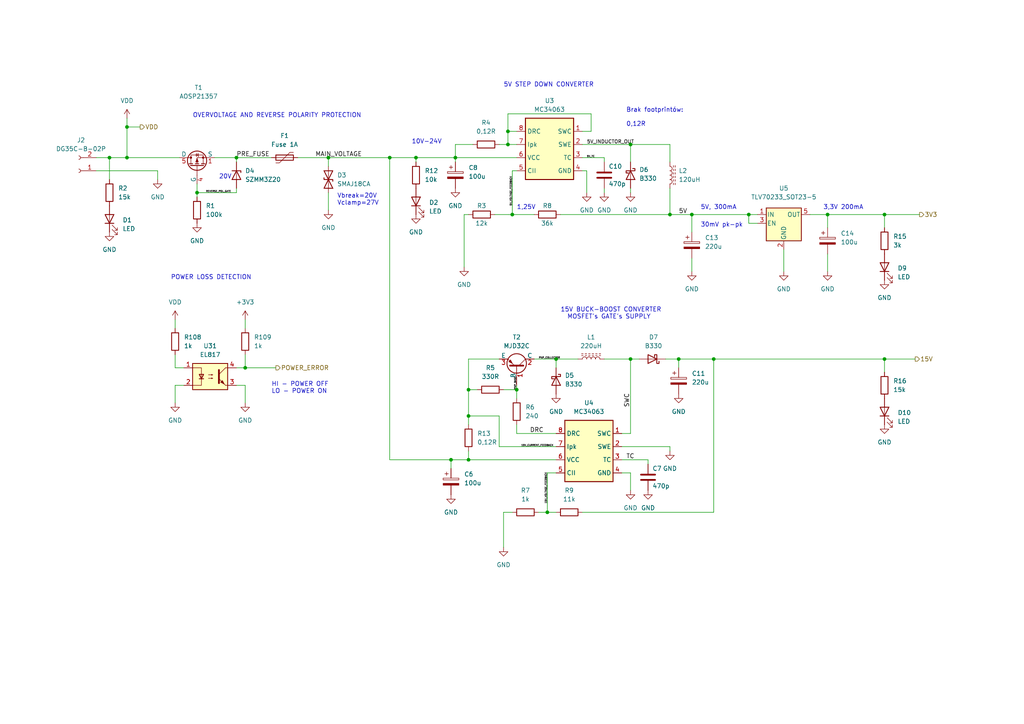
<source format=kicad_sch>
(kicad_sch (version 20211123) (generator eeschema)
  (paper "A4")
  (lib_symbols
    (symbol "Device:C" (pin_numbers hide) (pin_names (offset 0.254))
      (property "Reference" "C" (at 0.635 2.54 0))
      (property "Value" "C" (at 0.635 -2.54 0))
      (symbol "C_0_1"
        (polyline (pts (xy -2.032 -0.762) (xy 2.032 -0.762)) (stroke (width 0.508)))
        (polyline (pts (xy -2.032 0.762) (xy 2.032 0.762)) (stroke (width 0.508)))
      )
      (symbol "C_1_1"
        (pin passive line (at 0 3.81 270) (length 2.794) (name "~") (number "1"))
        (pin passive line (at 0 -3.81 90) (length 2.794) (name "~") (number "2"))
      )
    )
    (symbol "Device:C_Polarized" (pin_numbers hide) (pin_names (offset 0.254))
      (property "Reference" "C" (at 0.635 2.54 0))
      (property "Value" "C_Polarized" (at 0.635 -2.54 0))
      (symbol "C_Polarized_0_1"
        (rectangle (start -2.286 0.508) (end 2.286 1.016))
        (polyline (pts (xy -1.778 2.286) (xy -0.762 2.286)))
        (polyline (pts (xy -1.27 2.794) (xy -1.27 1.778)))
        (rectangle (start 2.286 -0.508) (end -2.286 -1.016) (fill (type outline)))
      )
      (symbol "C_Polarized_1_1"
        (pin passive line (at 0 3.81 270) (length 2.794) (name "~") (number "1"))
        (pin passive line (at 0 -3.81 90) (length 2.794) (name "~") (number "2"))
      )
    )
    (symbol "Device:D_Zener" (pin_numbers hide) (pin_names (offset 1.016) hide)
      (property "Reference" "D" (at 0 2.54 0))
      (property "Value" "D_Zener" (at 0 -2.54 0))
      (symbol "D_Zener_0_1"
        (polyline (pts (xy 1.27 0) (xy -1.27 0)))
        (polyline (pts (xy -1.27 -1.27) (xy -1.27 1.27) (xy -0.762 1.27)) (stroke (width 0.254)))
        (polyline (pts (xy 1.27 -1.27) (xy 1.27 1.27) (xy -1.27 0) (xy 1.27 -1.27)) (stroke (width 0.254)))
      )
      (symbol "D_Zener_1_1"
        (pin passive line (at -3.81 0 0) (length 2.54) (name "K") (number "1"))
        (pin passive line (at 3.81 0 180) (length 2.54) (name "A") (number "2"))
      )
    )
    (symbol "Device:LED" (pin_numbers hide) (pin_names (offset 1.016) hide)
      (property "Reference" "D" (at 0 2.54 0))
      (property "Value" "LED" (at 0 -2.54 0))
      (symbol "LED_0_1"
        (polyline (pts (xy -1.27 -1.27) (xy -1.27 1.27)) (stroke (width 0.254)))
        (polyline (pts (xy -1.27 0) (xy 1.27 0)))
        (polyline (pts (xy 1.27 -1.27) (xy 1.27 1.27) (xy -1.27 0) (xy 1.27 -1.27)) (stroke (width 0.254)))
        (polyline (pts (xy -3.048 -0.762) (xy -4.572 -2.286) (xy -3.81 -2.286) (xy -4.572 -2.286) (xy -4.572 -1.524)))
        (polyline (pts (xy -1.778 -0.762) (xy -3.302 -2.286) (xy -2.54 -2.286) (xy -3.302 -2.286) (xy -3.302 -1.524)))
      )
      (symbol "LED_1_1"
        (pin passive line (at -3.81 0 0) (length 2.54) (name "K") (number "1"))
        (pin passive line (at 3.81 0 180) (length 2.54) (name "A") (number "2"))
      )
    )
    (symbol "Device:L_Ferrite" (pin_numbers hide) (pin_names (offset 1.016) hide)
      (property "Reference" "L" (at -1.27 0 90))
      (property "Value" "L_Ferrite" (at 2.794 0 90))
      (symbol "L_Ferrite_0_1"
        (arc (start 0 -2.54) (mid 0.635 -1.905) (end 0 -1.27))
        (arc (start 0 -1.27) (mid 0.635 -0.635) (end 0 0))
        (polyline (pts (xy 1.016 -2.794) (xy 1.016 -2.286)))
        (polyline (pts (xy 1.016 -1.778) (xy 1.016 -1.27)))
        (polyline (pts (xy 1.016 -0.762) (xy 1.016 -0.254)))
        (polyline (pts (xy 1.016 0.254) (xy 1.016 0.762)))
        (polyline (pts (xy 1.016 1.27) (xy 1.016 1.778)))
        (polyline (pts (xy 1.016 2.286) (xy 1.016 2.794)))
        (polyline (pts (xy 1.524 -2.286) (xy 1.524 -2.794)))
        (polyline (pts (xy 1.524 -1.27) (xy 1.524 -1.778)))
        (polyline (pts (xy 1.524 -0.254) (xy 1.524 -0.762)))
        (polyline (pts (xy 1.524 0.762) (xy 1.524 0.254)))
        (polyline (pts (xy 1.524 1.778) (xy 1.524 1.27)))
        (polyline (pts (xy 1.524 2.794) (xy 1.524 2.286)))
        (arc (start 0 0) (mid 0.635 0.635) (end 0 1.27))
        (arc (start 0 1.27) (mid 0.635 1.905) (end 0 2.54))
      )
      (symbol "L_Ferrite_1_1"
        (pin passive line (at 0 3.81 270) (length 1.27) (name "1") (number "1"))
        (pin passive line (at 0 -3.81 90) (length 1.27) (name "2") (number "2"))
      )
    )
    (symbol "Device:Polyfuse" (pin_numbers hide) (pin_names (offset 0))
      (property "Reference" "F" (at -2.54 0 90))
      (property "Value" "Polyfuse" (at 2.54 0 90))
      (symbol "Polyfuse_0_1"
        (rectangle (start -0.762 2.54) (end 0.762 -2.54) (stroke (width 0.254)))
        (polyline (pts (xy 0 2.54) (xy 0 -2.54)))
        (polyline (pts (xy -1.524 2.54) (xy -1.524 1.524) (xy 1.524 -1.524) (xy 1.524 -2.54)))
      )
      (symbol "Polyfuse_1_1"
        (pin passive line (at 0 3.81 270) (length 1.27) (name "~") (number "1"))
        (pin passive line (at 0 -3.81 90) (length 1.27) (name "~") (number "2"))
      )
    )
    (symbol "Device:R" (pin_numbers hide) (pin_names (offset 0))
      (property "Reference" "R" (at 2.032 0 90))
      (property "Value" "R" (at 0 0 90))
      (symbol "R_0_1"
        (rectangle (start -1.016 -2.54) (end 1.016 2.54) (stroke (width 0.254)))
      )
      (symbol "R_1_1"
        (pin passive line (at 0 3.81 270) (length 1.27) (name "~") (number "1"))
        (pin passive line (at 0 -3.81 90) (length 1.27) (name "~") (number "2"))
      )
    )
    (symbol "Diode:1.5KExxCA" (pin_numbers hide) (pin_names (offset 1.016) hide)
      (property "Reference" "D" (at 0 2.54 0))
      (property "Value" "1.5KExxCA" (at 0 -2.54 0))
      (symbol "1.5KExxCA_0_1"
        (polyline (pts (xy 1.27 0) (xy -1.27 0)))
        (polyline (pts (xy -2.54 -1.27) (xy 0 0) (xy -2.54 1.27) (xy -2.54 -1.27)) (stroke (width 0.254)))
        (polyline (pts (xy 0.508 1.27) (xy 0 1.27) (xy 0 -1.27) (xy -0.508 -1.27)) (stroke (width 0.254)))
        (polyline (pts (xy 2.54 1.27) (xy 2.54 -1.27) (xy 0 0) (xy 2.54 1.27)) (stroke (width 0.254)))
      )
      (symbol "1.5KExxCA_1_1"
        (pin passive line (at -3.81 0 0) (length 2.54) (name "A1") (number "1"))
        (pin passive line (at 3.81 0 180) (length 2.54) (name "A2") (number "2"))
      )
    )
    (symbol "Diode:B330" (pin_numbers hide) (pin_names (offset 1.016) hide)
      (property "Reference" "D" (at 0 2.54 0))
      (property "Value" "B330" (at 0 -2.54 0))
      (symbol "B330_0_1"
        (polyline (pts (xy 1.27 0) (xy -1.27 0)))
        (polyline (pts (xy 1.27 1.27) (xy 1.27 -1.27) (xy -1.27 0) (xy 1.27 1.27)) (stroke (width 0.254)))
        (polyline (pts (xy -1.905 0.635) (xy -1.905 1.27) (xy -1.27 1.27) (xy -1.27 -1.27) (xy -0.635 -1.27) (xy -0.635 -0.635)) (stroke (width 0.254)))
      )
      (symbol "B330_1_1"
        (pin passive line (at -3.81 0 0) (length 2.54) (name "K") (number "1"))
        (pin passive line (at 3.81 0 180) (length 2.54) (name "A") (number "2"))
      )
    )
    (symbol "Isolator:EL817" (pin_names (offset 1.016))
      (property "Reference" "U" (at -5.08 5.08 0))
      (property "Value" "EL817" (at 0 5.08 0))
      (symbol "EL817_0_1"
        (rectangle (start -5.08 3.81) (end 5.08 -3.81) (stroke (width 0.254)) (fill (type background)))
        (polyline (pts (xy -3.175 -0.635) (xy -1.905 -0.635)) (stroke (width 0.254)))
        (polyline (pts (xy 2.54 0.635) (xy 4.445 2.54)))
        (polyline (pts (xy 4.445 -2.54) (xy 2.54 -0.635)) (fill (type outline)))
        (polyline (pts (xy 4.445 -2.54) (xy 5.08 -2.54)))
        (polyline (pts (xy 4.445 2.54) (xy 5.08 2.54)))
        (polyline (pts (xy -5.08 2.54) (xy -2.54 2.54) (xy -2.54 -0.635)))
        (polyline (pts (xy -2.54 -0.635) (xy -2.54 -2.54) (xy -5.08 -2.54)))
        (polyline (pts (xy 2.54 1.905) (xy 2.54 -1.905) (xy 2.54 -1.905)) (stroke (width 0.508)))
        (polyline (pts (xy -2.54 -0.635) (xy -3.175 0.635) (xy -1.905 0.635) (xy -2.54 -0.635)) (stroke (width 0.254)))
        (polyline (pts (xy -0.508 -0.508) (xy 0.762 -0.508) (xy 0.381 -0.635) (xy 0.381 -0.381) (xy 0.762 -0.508)))
        (polyline (pts (xy -0.508 0.508) (xy 0.762 0.508) (xy 0.381 0.381) (xy 0.381 0.635) (xy 0.762 0.508)))
        (polyline (pts (xy 3.048 -1.651) (xy 3.556 -1.143) (xy 4.064 -2.159) (xy 3.048 -1.651) (xy 3.048 -1.651)) (fill (type outline)))
      )
      (symbol "EL817_1_1"
        (pin passive line (at -7.62 2.54 0) (length 2.54) (name "~") (number "1"))
        (pin passive line (at -7.62 -2.54 0) (length 2.54) (name "~") (number "2"))
        (pin passive line (at 7.62 -2.54 180) (length 2.54) (name "~") (number "3"))
        (pin passive line (at 7.62 2.54 180) (length 2.54) (name "~") (number "4"))
      )
    )
    (symbol "Regulator_Linear:TLV70233_SOT23-5" (pin_names (offset 0.254))
      (property "Reference" "U" (at -3.81 5.715 0))
      (property "Value" "TLV70233_SOT23-5" (at 0 5.715 0))
      (symbol "TLV70233_SOT23-5_0_1"
        (rectangle (start -5.08 4.445) (end 5.08 -5.08) (stroke (width 0.254)) (fill (type background)))
      )
      (symbol "TLV70233_SOT23-5_1_1"
        (pin power_in line (at -7.62 2.54 0) (length 2.54) (name "IN") (number "1"))
        (pin power_in line (at 0 -7.62 90) (length 2.54) (name "GND") (number "2"))
        (pin input line (at -7.62 0 0) (length 2.54) (name "EN") (number "3"))
        (pin no_connect line (at 5.08 0 180) (length 2.54) hide (name "NC") (number "4"))
        (pin power_out line (at 7.62 2.54 180) (length 2.54) (name "OUT") (number "5"))
      )
    )
    (symbol "_Connectors:DG35C-B-02P" (pin_names (offset 0) hide)
      (property "Reference" "J" (at 0 6.35 0))
      (property "Value" "DG35C-B-02P" (at 0 5.08 0))
      (symbol "DG35C-B-02P_1_1"
        (arc (start -2.54 -1.778) (mid -2.032 -1.27) (end -2.54 -0.762) (stroke (width 0.1524)))
        (arc (start -2.54 2.032) (mid -2.032 2.54) (end -2.54 3.048) (stroke (width 0.1524)))
        (polyline (pts (xy -1.27 -1.27) (xy -2.032 -1.27)) (stroke (width 0.1524)))
        (polyline (pts (xy -1.27 2.54) (xy -2.032 2.54)) (stroke (width 0.1524)))
        (pin passive line (at 2.54 -1.27 180) (length 3.81) (name "Pin_1") (number "1"))
        (pin passive line (at 2.54 2.54 180) (length 3.81) (name "Pin_2") (number "2"))
      )
    )
    (symbol "_IntegratedCircuits:MC34063"
      (property "Reference" "U" (at -6.35 11.43 0))
      (property "Value" "MC34063" (at -1.27 11.43 0))
      (symbol "MC34063_0_1"
        (rectangle (start -6.35 8.89) (end 7.62 -8.89) (stroke (width 0.3)) (fill (type background)))
      )
      (symbol "MC34063_1_1"
        (pin passive line (at 10.16 5.08 180) (length 2.54) (name "SWC") (number "1"))
        (pin passive line (at 10.16 1.27 180) (length 2.54) (name "SWE") (number "2"))
        (pin passive line (at 10.16 -2.54 180) (length 2.54) (name "TC") (number "3"))
        (pin passive line (at 10.16 -6.35 180) (length 2.54) (name "GND") (number "4"))
        (pin passive line (at -8.89 -6.35 0) (length 2.54) (name "CII") (number "5"))
        (pin passive line (at -8.89 -2.54 0) (length 2.54) (name "VCC") (number "6"))
        (pin passive line (at -8.89 1.27 0) (length 2.54) (name "Ipk") (number "7"))
        (pin passive line (at -8.89 5.08 0) (length 2.54) (name "DRC") (number "8"))
      )
    )
    (symbol "_Transistors:AOSP21357" (pin_names (offset 0))
      (property "Reference" "T" (at 0 10.16 0))
      (property "Value" "AOSP21357" (at 0 7.62 0))
      (symbol "AOSP21357_0_1"
        (circle (center -0.889 0) (radius 2.794) (stroke (width 0.254)))
        (circle (center 0 -1.778) (radius 0.254) (fill (type outline)))
        (polyline (pts (xy -2.286 0) (xy -5.08 0)))
        (polyline (pts (xy -2.286 1.905) (xy -2.286 -1.905)) (stroke (width 0.254)))
        (polyline (pts (xy -1.778 -1.27) (xy -1.778 -2.286)) (stroke (width 0.254)))
        (polyline (pts (xy -1.778 0.508) (xy -1.778 -0.508)) (stroke (width 0.254)))
        (polyline (pts (xy -1.778 2.286) (xy -1.778 1.27)) (stroke (width 0.254)))
        (polyline (pts (xy 0 2.54) (xy 0 1.778)))
        (polyline (pts (xy 0 -2.54) (xy 0 0) (xy -1.778 0)))
        (polyline (pts (xy -1.778 1.778) (xy 0.762 1.778) (xy 0.762 -1.778) (xy -1.778 -1.778)))
        (polyline (pts (xy -0.254 0) (xy -1.27 0.381) (xy -1.27 -0.381) (xy -0.254 0)) (fill (type outline)))
        (polyline (pts (xy 0.254 -0.508) (xy 0.381 -0.381) (xy 1.143 -0.381) (xy 1.27 -0.254)))
        (polyline (pts (xy 0.762 -0.381) (xy 0.381 0.254) (xy 1.143 0.254) (xy 0.762 -0.381)))
        (circle (center 0 1.778) (radius 0.254) (fill (type outline)))
      )
      (symbol "AOSP21357_1_1"
        (pin passive line (at 0 -5.08 90) (length 2.54) (name "S") (number "1"))
        (pin passive line (at 0 -5.08 90) (length 2.54) hide (name "S") (number "2"))
        (pin passive line (at 0 -5.08 90) (length 2.54) hide (name "S") (number "3"))
        (pin input line (at -7.62 0 0) (length 2.54) (name "G") (number "4"))
        (pin passive line (at 0 5.08 270) (length 2.54) (name "D") (number "5"))
        (pin passive line (at 0 5.08 270) (length 2.54) hide (name "D") (number "6"))
        (pin passive line (at 0 5.08 270) (length 2.54) hide (name "D") (number "7"))
        (pin passive line (at 0 5.08 270) (length 2.54) hide (name "D") (number "8"))
      )
    )
    (symbol "_Transistors:MJD32C" (pin_names (offset 0))
      (property "Reference" "T" (at 7.62 2.54 0))
      (property "Value" "MJD32C" (at 7.62 0 0))
      (symbol "MJD32C_0_1"
        (polyline (pts (xy -0.635 0.635) (xy 1.27 2.54)))
        (polyline (pts (xy -0.635 -0.635) (xy 1.27 -2.54) (xy 1.27 -2.54)))
        (polyline (pts (xy -0.635 1.905) (xy -0.635 -1.905) (xy -0.635 -1.905)) (stroke (width 0.508)))
        (polyline (pts (xy 1.016 -1.778) (xy 0.508 -2.286) (xy 0 -1.27) (xy 1.016 -1.778) (xy 1.016 -1.778)) (fill (type outline)))
        (circle (center 0 0) (radius 2.8194) (stroke (width 0.254)))
      )
      (symbol "MJD32C_1_1"
        (pin input line (at -6.35 0 0) (length 5.715) (name "B") (number "1"))
        (pin passive line (at 1.27 5.08 270) (length 2.54) (name "C") (number "2"))
        (pin passive line (at 1.27 -5.08 90) (length 2.54) (name "E") (number "3"))
      )
    )
    (symbol "power:+3.3V" (power) (pin_names (offset 0))
      (property "Value" "+3.3V" (at 0 3.556 0))
      (symbol "+3.3V_0_1"
        (polyline (pts (xy -0.762 1.27) (xy 0 2.54)))
        (polyline (pts (xy 0 0) (xy 0 2.54)))
        (polyline (pts (xy 0 2.54) (xy 0.762 1.27)))
      )
      (symbol "+3.3V_1_1"
        (pin power_in line (at 0 0 90) (length 0) hide (name "+3V3") (number "1"))
      )
    )
    (symbol "power:GND" (power) (pin_names (offset 0))
      (property "Value" "GND" (at 0 -3.81 0))
      (symbol "GND_0_1"
        (polyline (pts (xy 0 0) (xy 0 -1.27) (xy 1.27 -1.27) (xy 0 -2.54) (xy -1.27 -1.27) (xy 0 -1.27)))
      )
      (symbol "GND_1_1"
        (pin power_in line (at 0 0 270) (length 0) hide (name "GND") (number "1"))
      )
    )
    (symbol "power:VDD" (power) (pin_names (offset 0))
      (property "Value" "VDD" (at 0 3.81 0))
      (symbol "VDD_0_1"
        (polyline (pts (xy -0.762 1.27) (xy 0 2.54)))
        (polyline (pts (xy 0 0) (xy 0 2.54)))
        (polyline (pts (xy 0 2.54) (xy 0.762 1.27)))
      )
      (symbol "VDD_1_1"
        (pin power_in line (at 0 0 90) (length 0) hide (name "VDD") (number "1"))
      )
    )
  )
  (junction (at 31.75 45.72))
  (junction (at 182.88 41.91))
  (junction (at 200.66 62.23))
  (junction (at 256.54 62.23))
  (junction (at 196.85 104.14))
  (junction (at 207.01 104.14))
  (junction (at 120.65 45.72))
  (junction (at 182.88 104.14))
  (junction (at 113.03 45.72))
  (junction (at 36.83 45.72))
  (junction (at 36.83 36.83))
  (junction (at 71.12 106.68))
  (junction (at 148.59 62.23))
  (junction (at 240.03 62.23))
  (junction (at 217.17 62.23))
  (junction (at 95.25 45.72))
  (junction (at 194.31 62.23))
  (junction (at 57.15 55.88))
  (junction (at 135.89 113.03))
  (junction (at 149.86 113.03))
  (junction (at 132.08 45.72))
  (junction (at 68.58 45.72))
  (junction (at 161.29 104.14))
  (junction (at 147.32 41.91))
  (junction (at 158.75 148.59))
  (junction (at 130.81 133.35))
  (junction (at 135.89 120.65))
  (junction (at 256.54 104.14))
  (junction (at 147.32 38.1))
  (junction (at 135.89 133.35))
  (wire (pts (xy 134.62 62.23) (xy 135.89 62.23)))
  (wire (pts (xy 36.83 45.72) (xy 52.07 45.72)))
  (wire (pts (xy 154.94 104.14) (xy 161.29 104.14)))
  (wire (pts (xy 240.03 62.23) (xy 240.03 66.04)))
  (wire (pts (xy 138.43 113.03) (xy 135.89 113.03)))
  (wire (pts (xy 132.08 45.72) (xy 149.86 45.72)))
  (wire (pts (xy 168.91 148.59) (xy 207.01 148.59)))
  (wire (pts (xy 193.04 104.14) (xy 196.85 104.14)))
  (wire (pts (xy 149.86 38.1) (xy 147.32 38.1)))
  (wire (pts (xy 135.89 113.03) (xy 135.89 120.65)))
  (wire (pts (xy 182.88 41.91) (xy 182.88 46.99)))
  (wire (pts (xy 180.34 125.73) (xy 182.88 125.73)))
  (wire (pts (xy 149.86 111.76) (xy 149.86 113.03)))
  (wire (pts (xy 27.94 49.53) (xy 45.72 49.53)))
  (wire (pts (xy 95.25 55.88) (xy 95.25 60.96)))
  (wire (pts (xy 180.34 129.54) (xy 194.31 129.54)))
  (wire (pts (xy 217.17 62.23) (xy 219.71 62.23)))
  (wire (pts (xy 146.05 113.03) (xy 149.86 113.03)))
  (wire (pts (xy 175.26 104.14) (xy 182.88 104.14)))
  (wire (pts (xy 71.12 111.76) (xy 71.12 116.84)))
  (wire (pts (xy 194.31 129.54) (xy 194.31 130.81)))
  (wire (pts (xy 175.26 45.72) (xy 175.26 46.99)))
  (wire (pts (xy 161.29 133.35) (xy 135.89 133.35)))
  (wire (pts (xy 219.71 64.77) (xy 217.17 64.77)))
  (wire (pts (xy 53.34 111.76) (xy 50.8 111.76)))
  (wire (pts (xy 148.59 49.53) (xy 148.59 62.23)))
  (wire (pts (xy 207.01 148.59) (xy 207.01 104.14)))
  (wire (pts (xy 71.12 92.71) (xy 71.12 95.25)))
  (wire (pts (xy 113.03 133.35) (xy 130.81 133.35)))
  (wire (pts (xy 144.78 41.91) (xy 147.32 41.91)))
  (wire (pts (xy 217.17 64.77) (xy 217.17 62.23)))
  (wire (pts (xy 200.66 62.23) (xy 217.17 62.23)))
  (wire (pts (xy 62.23 45.72) (xy 68.58 45.72)))
  (wire (pts (xy 171.45 33.02) (xy 171.45 38.1)))
  (wire (pts (xy 68.58 45.72) (xy 68.58 46.99)))
  (wire (pts (xy 180.34 137.16) (xy 182.88 137.16)))
  (wire (pts (xy 57.15 53.34) (xy 57.15 55.88)))
  (wire (pts (xy 227.33 72.39) (xy 227.33 78.74)))
  (wire (pts (xy 256.54 104.14) (xy 256.54 107.95)))
  (wire (pts (xy 31.75 45.72) (xy 36.83 45.72)))
  (wire (pts (xy 200.66 67.31) (xy 200.66 62.23)))
  (wire (pts (xy 256.54 62.23) (xy 256.54 66.04)))
  (wire (pts (xy 134.62 77.47) (xy 134.62 62.23)))
  (wire (pts (xy 120.65 45.72) (xy 120.65 46.99)))
  (wire (pts (xy 135.89 133.35) (xy 130.81 133.35)))
  (wire (pts (xy 149.86 113.03) (xy 149.86 115.57)))
  (wire (pts (xy 161.29 104.14) (xy 161.29 106.68)))
  (wire (pts (xy 135.89 130.81) (xy 135.89 133.35)))
  (wire (pts (xy 57.15 55.88) (xy 57.15 57.15)))
  (wire (pts (xy 147.32 38.1) (xy 147.32 41.91)))
  (wire (pts (xy 36.83 34.29) (xy 36.83 36.83)))
  (wire (pts (xy 200.66 74.93) (xy 200.66 78.74)))
  (wire (pts (xy 149.86 125.73) (xy 161.29 125.73)))
  (wire (pts (xy 130.81 133.35) (xy 130.81 135.89)))
  (wire (pts (xy 196.85 104.14) (xy 207.01 104.14)))
  (wire (pts (xy 135.89 120.65) (xy 135.89 123.19)))
  (wire (pts (xy 168.91 49.53) (xy 170.18 49.53)))
  (wire (pts (xy 113.03 45.72) (xy 120.65 45.72)))
  (wire (pts (xy 147.32 38.1) (xy 147.32 33.02)))
  (wire (pts (xy 147.32 41.91) (xy 149.86 41.91)))
  (wire (pts (xy 194.31 62.23) (xy 200.66 62.23)))
  (wire (pts (xy 40.64 36.83) (xy 36.83 36.83)))
  (wire (pts (xy 149.86 49.53) (xy 148.59 49.53)))
  (wire (pts (xy 182.88 137.16) (xy 182.88 142.24)))
  (wire (pts (xy 158.75 148.59) (xy 161.29 148.59)))
  (wire (pts (xy 256.54 62.23) (xy 266.7 62.23)))
  (wire (pts (xy 182.88 125.73) (xy 182.88 104.14)))
  (wire (pts (xy 143.51 62.23) (xy 148.59 62.23)))
  (wire (pts (xy 120.65 45.72) (xy 132.08 45.72)))
  (wire (pts (xy 148.59 148.59) (xy 146.05 148.59)))
  (wire (pts (xy 45.72 49.53) (xy 45.72 52.07)))
  (wire (pts (xy 132.08 45.72) (xy 132.08 46.99)))
  (wire (pts (xy 36.83 36.83) (xy 36.83 45.72)))
  (wire (pts (xy 168.91 41.91) (xy 182.88 41.91)))
  (wire (pts (xy 68.58 55.88) (xy 57.15 55.88)))
  (wire (pts (xy 68.58 111.76) (xy 71.12 111.76)))
  (wire (pts (xy 71.12 106.68) (xy 80.01 106.68)))
  (wire (pts (xy 50.8 111.76) (xy 50.8 116.84)))
  (wire (pts (xy 50.8 102.87) (xy 50.8 106.68)))
  (wire (pts (xy 95.25 45.72) (xy 95.25 48.26)))
  (wire (pts (xy 170.18 49.53) (xy 170.18 55.88)))
  (wire (pts (xy 156.21 148.59) (xy 158.75 148.59)))
  (wire (pts (xy 135.89 104.14) (xy 144.78 104.14)))
  (wire (pts (xy 194.31 41.91) (xy 194.31 46.99)))
  (wire (pts (xy 95.25 45.72) (xy 113.03 45.72)))
  (wire (pts (xy 194.31 54.61) (xy 194.31 62.23)))
  (wire (pts (xy 146.05 148.59) (xy 146.05 158.75)))
  (wire (pts (xy 158.75 137.16) (xy 158.75 148.59)))
  (wire (pts (xy 135.89 113.03) (xy 135.89 104.14)))
  (wire (pts (xy 31.75 45.72) (xy 31.75 52.07)))
  (wire (pts (xy 68.58 45.72) (xy 78.74 45.72)))
  (wire (pts (xy 147.32 33.02) (xy 171.45 33.02)))
  (wire (pts (xy 68.58 54.61) (xy 68.58 55.88)))
  (wire (pts (xy 161.29 129.54) (xy 144.78 129.54)))
  (wire (pts (xy 240.03 73.66) (xy 240.03 78.74)))
  (wire (pts (xy 161.29 137.16) (xy 158.75 137.16)))
  (wire (pts (xy 144.78 129.54) (xy 144.78 120.65)))
  (wire (pts (xy 149.86 123.19) (xy 149.86 125.73)))
  (wire (pts (xy 161.29 104.14) (xy 167.64 104.14)))
  (wire (pts (xy 171.45 38.1) (xy 168.91 38.1)))
  (wire (pts (xy 240.03 62.23) (xy 256.54 62.23)))
  (wire (pts (xy 256.54 104.14) (xy 265.43 104.14)))
  (wire (pts (xy 113.03 45.72) (xy 113.03 133.35)))
  (wire (pts (xy 71.12 106.68) (xy 71.12 102.87)))
  (wire (pts (xy 196.85 104.14) (xy 196.85 106.68)))
  (wire (pts (xy 68.58 106.68) (xy 71.12 106.68)))
  (wire (pts (xy 132.08 41.91) (xy 132.08 45.72)))
  (wire (pts (xy 168.91 45.72) (xy 175.26 45.72)))
  (wire (pts (xy 180.34 133.35) (xy 187.96 133.35)))
  (wire (pts (xy 162.56 62.23) (xy 194.31 62.23)))
  (wire (pts (xy 27.94 45.72) (xy 31.75 45.72)))
  (wire (pts (xy 86.36 45.72) (xy 95.25 45.72)))
  (wire (pts (xy 187.96 133.35) (xy 187.96 134.62)))
  (wire (pts (xy 50.8 106.68) (xy 53.34 106.68)))
  (wire (pts (xy 182.88 104.14) (xy 185.42 104.14)))
  (wire (pts (xy 144.78 120.65) (xy 135.89 120.65)))
  (wire (pts (xy 137.16 41.91) (xy 132.08 41.91)))
  (wire (pts (xy 148.59 62.23) (xy 154.94 62.23)))
  (wire (pts (xy 207.01 104.14) (xy 256.54 104.14)))
  (wire (pts (xy 182.88 55.88) (xy 182.88 54.61)))
  (wire (pts (xy 234.95 62.23) (xy 240.03 62.23)))
  (wire (pts (xy 50.8 92.71) (xy 50.8 95.25)))
  (wire (pts (xy 182.88 41.91) (xy 194.31 41.91)))
  (wire (pts (xy 175.26 55.88) (xy 175.26 54.61)))
  (text "15V BUCK-BOOST CONVERTER\n  MOSFET's GATE's SUPPLY" (at 162.56 92.71 0) (effects (font (size 1.27 1.27)) (justify left bottom)))
  (text "5V, 300mA" (at 203.2 60.96 0) (effects (font (size 1.27 1.27)) (justify left bottom)))
  (text "10V-24V" (at 119.38 41.91 0) (effects (font (size 1.27 1.27)) (justify left bottom)))
  (text "5V STEP DOWN CONVERTER" (at 146.05 25.4 0) (effects (font (size 1.27 1.27)) (justify left bottom)))
  (text "Brak footprintów:\n\n0,12R\n" (at 181.61 36.83 0) (effects (font (size 1.27 1.27)) (justify left bottom)))
  (text "3,3V 200mA" (at 238.76 60.96 0) (effects (font (size 1.27 1.27)) (justify left bottom)))
  (text "Vbreak=20V\nVclamp=27V" (at 97.79 59.69 0) (effects (font (size 1.27 1.27)) (justify left bottom)))
  (text "OVERVOLTAGE AND REVERSE POLARITY PROTECTION" (at 55.88 34.29 0) (effects (font (size 1.27 1.27)) (justify left bottom)))
  (text "HI - POWER OFF\nLO - POWER ON" (at 78.74 114.3 0) (effects (font (size 1.27 1.27)) (justify left bottom)))
  (text "20V" (at 63.5 52.07 0) (effects (font (size 1.27 1.27)) (justify left bottom)))
  (text "30mV pk-pk" (at 203.2 66.04 0) (effects (font (size 1.27 1.27)) (justify left bottom)))
  (text "POWER LOSS DETECTION" (at 49.53 81.28 0) (effects (font (size 1.27 1.27)) (justify left bottom)))
  (text "1,25V" (at 149.86 60.96 0) (effects (font (size 1.27 1.27)) (justify left bottom)))
  (label "5V_INDUCTOR_OUT" (at 170.18 41.91 0) (effects (font (size 1 1))))
  (label "TC" (at 181.61 133.35 0))
  (label "15V_VOLTAGE_FEEDBACK" (at 158.75 146.05 90) (effects (font (size 0.5 0.5))))
  (label "5V" (at 196.85 62.23 0))
  (label "MAIN_VOLTAGE" (at 91.44 45.72 0))
  (label "SWC" (at 182.88 118.11 90))
  (label "REVERSE_POL_GATE" (at 59.69 55.88 0) (effects (font (size 0.5 0.5))))
  (label "PNP_BASE" (at 149.86 113.03 90) (effects (font (size 0.5 0.5))))
  (label "15V_CURRENT_FEEDBACK" (at 151.13 129.54 0) (effects (font (size 0.5 0.5))))
  (label "DRC" (at 153.67 125.73 0))
  (label "5V_TC" (at 170.18 45.72 0) (effects (font (size 0.5 0.5))))
  (label "5V_VOLTAGE_FEEDBACK" (at 148.59 59.69 90) (effects (font (size 0.5 0.5))))
  (label "PNP_COLLECTOR" (at 156.21 104.14 0) (effects (font (size 0.5 0.5))))
  (label "PRE_FUSE" (at 68.58 45.72 0))
  (hierarchical_label "3V3" (shape output) (at 266.7 62.23 0))
  (hierarchical_label "15V" (shape output) (at 265.43 104.14 0))
  (hierarchical_label "POWER_ERROR" (shape output) (at 80.01 106.68 0))
  (hierarchical_label "VDD" (shape output) (at 40.64 36.83 0))
  (symbol (lib_id "Device:L_Ferrite") (at 194.31 50.8 0) (unit 1)
    (property "Reference" "L2" (at 196.85 49.5299 0) (effects (justify left)))
    (property "Value" "120uH" (at 196.85 52.0699 0) (effects (justify left)))
    (property "Footprint" "Inductor_SMD:L_12x12mm_H6mm" (effects hide))
  )
  (symbol (lib_id "Device:R") (at 50.8 99.06 0) (unit 1)
    (property "Reference" "R108" (at 53.34 97.7899 0) (effects (justify left)))
    (property "Value" "1k" (at 53.34 100.3299 0) (effects (justify left)))
    (property "Footprint" "Resistor_SMD:R_0603_1608Metric_Pad0.98x0.95mm_HandSolder" (effects hide))
  )
  (symbol (lib_id "Diode:1.5KExxCA") (at 95.25 52.07 90) (unit 1)
    (property "Reference" "D3" (at 97.79 50.7999 90) (effects (justify right)))
    (property "Value" "SMAJ18CA" (at 97.79 53.3399 90) (effects (justify right)))
    (property "Footprint" "Diode_SMD:D_SMA_Handsoldering" (effects hide))
    (property "Datasheet" "https://www.vishay.com/docs/88301/15ke.pdf" (effects hide))
  )
  (symbol (lib_id "Device:C_Polarized") (at 200.66 71.12 0) (unit 1)
    (property "Reference" "C13" (at 204.47 68.9609 0) (effects (justify left)))
    (property "Value" "220u" (at 204.47 71.5009 0) (effects (justify left)))
    (property "Footprint" "Capacitor_SMD:CP_Elec_6.3x5.4" (effects hide))
  )
  (symbol (lib_id "Device:R") (at 139.7 62.23 270) (unit 1)
    (property "Reference" "R3" (at 139.7 59.69 90))
    (property "Value" "12k" (at 139.7 64.77 90))
    (property "Footprint" "Resistor_SMD:R_0603_1608Metric_Pad0.98x0.95mm_HandSolder" (effects hide))
  )
  (symbol (lib_id "power:GND") (at 130.81 143.51 0) (unit 1)
    (property "Reference" "#PWR016" (effects hide))
    (property "Value" "GND" (at 130.81 148.59 0))
  )
  (symbol (lib_id "power:GND") (at 71.12 116.84 0) (unit 1)
    (property "Reference" "#PWR0188" (effects hide))
    (property "Value" "GND" (at 71.12 121.92 0))
  )
  (symbol (lib_id "Device:R") (at 57.15 60.96 0) (unit 1)
    (property "Reference" "R1" (at 59.69 59.6899 0) (effects (justify left)))
    (property "Value" "100k" (at 59.69 62.2299 0) (effects (justify left)))
    (property "Footprint" "Resistor_SMD:R_0603_1608Metric_Pad0.98x0.95mm_HandSolder" (effects hide))
  )
  (symbol (lib_id "Isolator:EL817") (at 60.96 109.22 0) (unit 1)
    (property "Reference" "U31" (at 60.96 100.33 0))
    (property "Value" "EL817" (at 60.96 102.87 0))
    (property "Footprint" "Package_DIP:DIP-4_W7.62mm" (effects hide))
    (property "Datasheet" "http://www.everlight.com/file/ProductFile/EL817.pdf" (effects hide))
  )
  (symbol (lib_id "power:VDD") (at 50.8 92.71 0) (unit 1)
    (property "Reference" "#PWR0191" (effects hide))
    (property "Value" "VDD" (at 50.8 87.63 0))
  )
  (symbol (lib_id "power:GND") (at 227.33 78.74 0) (unit 1)
    (property "Reference" "#PWR028" (effects hide))
    (property "Value" "GND" (at 227.33 83.82 0))
  )
  (symbol (lib_id "Device:R") (at 71.12 99.06 0) (unit 1)
    (property "Reference" "R109" (at 73.66 97.7899 0) (effects (justify left)))
    (property "Value" "1k" (at 73.66 100.3299 0) (effects (justify left)))
    (property "Footprint" "Resistor_SMD:R_0603_1608Metric_Pad0.98x0.95mm_HandSolder" (effects hide))
  )
  (symbol (lib_id "power:GND") (at 256.54 123.19 0) (unit 1)
    (property "Reference" "#PWR048" (effects hide))
    (property "Value" "GND" (at 256.54 128.27 0))
  )
  (symbol (lib_id "Device:R") (at 31.75 55.88 0) (unit 1)
    (property "Reference" "R2" (at 34.29 54.6099 0) (effects (justify left)))
    (property "Value" "15k" (at 34.29 57.1499 0) (effects (justify left)))
    (property "Footprint" "Resistor_SMD:R_0603_1608Metric_Pad0.98x0.95mm_HandSolder" (effects hide))
  )
  (symbol (lib_id "Device:C_Polarized") (at 196.85 110.49 0) (unit 1)
    (property "Reference" "C11" (at 200.66 108.3309 0) (effects (justify left)))
    (property "Value" "220u" (at 200.66 110.8709 0) (effects (justify left)))
    (property "Footprint" "Capacitor_SMD:CP_Elec_6.3x5.4" (effects hide))
  )
  (symbol (lib_id "power:GND") (at 161.29 114.3 0) (unit 1)
    (property "Reference" "#PWR020" (effects hide))
    (property "Value" "GND" (at 161.29 119.38 0))
  )
  (symbol (lib_id "Device:C_Polarized") (at 132.08 50.8 0) (unit 1)
    (property "Reference" "C8" (at 135.89 48.6409 0) (effects (justify left)))
    (property "Value" "100u" (at 135.89 51.1809 0) (effects (justify left)))
    (property "Footprint" "Capacitor_SMD:CP_Elec_8x6.2" (effects hide))
  )
  (symbol (lib_id "Device:D_Zener") (at 68.58 50.8 270) (unit 1)
    (property "Reference" "D4" (at 71.12 49.5299 90) (effects (justify left)))
    (property "Value" "SZMM3Z20" (at 71.12 52.0699 90) (effects (justify left)))
    (property "Footprint" "Diode_SMD:D_SOD-323_HandSoldering" (effects hide))
  )
  (symbol (lib_id "_IntegratedCircuits:MC34063") (at 170.18 130.81 0) (unit 1)
    (property "Reference" "U4" (at 170.815 116.84 0))
    (property "Value" "MC34063" (at 170.815 119.38 0))
    (property "Footprint" "_IntegratedCircuits:MC34063" (effects hide))
    (property "Datasheet" "https://datasheet.octopart.com/MC34063ACD-TR-STMicroelectronics-datasheet-8507470.pdf" (effects hide))
  )
  (symbol (lib_id "power:GND") (at 50.8 116.84 0) (unit 1)
    (property "Reference" "#PWR0189" (effects hide))
    (property "Value" "GND" (at 50.8 121.92 0))
  )
  (symbol (lib_id "Device:R") (at 135.89 127 180) (unit 1)
    (property "Reference" "R13" (at 138.43 125.7299 0) (effects (justify right)))
    (property "Value" "0,12R" (at 138.43 128.2699 0) (effects (justify right)))
    (property "Footprint" "Resistor_SMD:R_1206_3216Metric_Pad1.30x1.75mm_HandSolder" (effects hide))
  )
  (symbol (lib_id "Diode:B330") (at 161.29 110.49 270) (unit 1)
    (property "Reference" "D5" (at 163.83 108.9024 90) (effects (justify left)))
    (property "Value" "B330" (at 163.83 111.4424 90) (effects (justify left)))
    (property "Footprint" "Diode_SMD:D_SMA_Handsoldering" (effects hide))
    (property "Datasheet" "http://www.jameco.com/Jameco/Products/ProdDS/1538777.pdf" (effects hide))
  )
  (symbol (lib_id "power:GND") (at 240.03 78.74 0) (unit 1)
    (property "Reference" "#PWR029" (effects hide))
    (property "Value" "GND" (at 240.03 83.82 0))
  )
  (symbol (lib_id "power:VDD") (at 36.83 34.29 0) (unit 1)
    (property "Reference" "#PWR0187" (effects hide))
    (property "Value" "VDD" (at 36.83 29.21 0))
  )
  (symbol (lib_id "power:GND") (at 175.26 55.88 0) (unit 1)
    (property "Reference" "#PWR022" (effects hide))
    (property "Value" "GND" (at 175.26 60.96 0))
  )
  (symbol (lib_id "power:GND") (at 256.54 81.28 0) (unit 1)
    (property "Reference" "#PWR047" (effects hide))
    (property "Value" "GND" (at 256.54 86.36 0))
  )
  (symbol (lib_id "Device:LED") (at 256.54 77.47 90) (unit 1)
    (property "Reference" "D9" (at 260.35 77.7874 90) (effects (justify right)))
    (property "Value" "LED" (at 260.35 80.3274 90) (effects (justify right)))
    (property "Footprint" "LED_SMD:LED_0603_1608Metric_Pad1.05x0.95mm_HandSolder" (effects hide))
  )
  (symbol (lib_id "power:GND") (at 45.72 52.07 0) (unit 1)
    (property "Reference" "#PWR013" (effects hide))
    (property "Value" "GND" (at 45.72 57.15 0))
  )
  (symbol (lib_id "power:GND") (at 146.05 158.75 0) (unit 1)
    (property "Reference" "#PWR019" (effects hide))
    (property "Value" "GND" (at 146.05 163.83 0))
  )
  (symbol (lib_id "power:GND") (at 120.65 62.23 0) (unit 1)
    (property "Reference" "#PWR09" (effects hide))
    (property "Value" "GND" (at 120.65 67.31 0))
  )
  (symbol (lib_id "Device:C_Polarized") (at 130.81 139.7 0) (unit 1)
    (property "Reference" "C6" (at 134.62 137.5409 0) (effects (justify left)))
    (property "Value" "100u" (at 134.62 140.0809 0) (effects (justify left)))
    (property "Footprint" "Capacitor_SMD:CP_Elec_8x6.2" (effects hide))
  )
  (symbol (lib_id "power:GND") (at 95.25 60.96 0) (unit 1)
    (property "Reference" "#PWR014" (effects hide))
    (property "Value" "GND" (at 95.25 66.04 0))
  )
  (symbol (lib_id "Device:C") (at 175.26 50.8 0) (unit 1)
    (property "Reference" "C10" (at 176.53 48.26 0) (effects (justify left)))
    (property "Value" "470p" (at 176.53 53.34 0) (effects (justify left)))
    (property "Footprint" "Capacitor_SMD:C_0603_1608Metric_Pad1.08x0.95mm_HandSolder" (effects hide))
  )
  (symbol (lib_id "Device:R") (at 142.24 113.03 270) (unit 1)
    (property "Reference" "R5" (at 142.24 106.68 90))
    (property "Value" "330R" (at 142.24 109.22 90))
    (property "Footprint" "Resistor_SMD:R_0603_1608Metric_Pad0.98x0.95mm_HandSolder" (effects hide))
  )
  (symbol (lib_id "power:GND") (at 196.85 114.3 0) (unit 1)
    (property "Reference" "#PWR026" (effects hide))
    (property "Value" "GND" (at 196.85 119.38 0))
  )
  (symbol (lib_id "Device:C_Polarized") (at 240.03 69.85 0) (unit 1)
    (property "Reference" "C14" (at 243.84 67.6909 0) (effects (justify left)))
    (property "Value" "100u" (at 243.84 70.2309 0) (effects (justify left)))
    (property "Footprint" "Capacitor_SMD:CP_Elec_8x6.2" (effects hide))
  )
  (symbol (lib_id "Device:R") (at 256.54 69.85 0) (unit 1)
    (property "Reference" "R15" (at 259.08 68.5799 0) (effects (justify left)))
    (property "Value" "3k" (at 259.08 71.1199 0) (effects (justify left)))
    (property "Footprint" "Resistor_SMD:R_0603_1608Metric_Pad0.98x0.95mm_HandSolder" (effects hide))
  )
  (symbol (lib_id "Device:LED") (at 256.54 119.38 90) (unit 1)
    (property "Reference" "D10" (at 260.35 119.6974 90) (effects (justify right)))
    (property "Value" "LED" (at 260.35 122.2374 90) (effects (justify right)))
    (property "Footprint" "LED_SMD:LED_0603_1608Metric_Pad1.05x0.95mm_HandSolder" (effects hide))
  )
  (symbol (lib_id "Device:C") (at 187.96 138.43 0) (unit 1)
    (property "Reference" "C7" (at 189.23 135.89 0) (effects (justify left)))
    (property "Value" "470p" (at 189.23 140.97 0) (effects (justify left)))
    (property "Footprint" "Capacitor_SMD:C_0603_1608Metric_Pad1.08x0.95mm_HandSolder" (effects hide))
  )
  (symbol (lib_id "power:GND") (at 57.15 64.77 0) (unit 1)
    (property "Reference" "#PWR015" (effects hide))
    (property "Value" "GND" (at 57.15 69.85 0))
  )
  (symbol (lib_id "Device:R") (at 149.86 119.38 0) (unit 1)
    (property "Reference" "R6" (at 152.4 118.1099 0) (effects (justify left)))
    (property "Value" "240" (at 152.4 120.6499 0) (effects (justify left)))
    (property "Footprint" "Resistor_SMD:R_0603_1608Metric_Pad0.98x0.95mm_HandSolder" (effects hide))
  )
  (symbol (lib_id "Device:R") (at 152.4 148.59 90) (unit 1)
    (property "Reference" "R7" (at 152.4 142.24 90))
    (property "Value" "1k" (at 152.4 144.78 90))
    (property "Footprint" "Resistor_SMD:R_0603_1608Metric_Pad0.98x0.95mm_HandSolder" (effects hide))
  )
  (symbol (lib_id "Regulator_Linear:TLV70233_SOT23-5") (at 227.33 64.77 0) (unit 1)
    (property "Reference" "U5" (at 227.33 54.61 0))
    (property "Value" "TLV70233_SOT23-5" (at 227.33 57.15 0))
    (property "Footprint" "Package_TO_SOT_SMD:SOT-23-5" (effects hide))
    (property "Datasheet" "http://www.ti.com/lit/ds/symlink/tlv702.pdf" (effects hide))
  )
  (symbol (lib_id "power:GND") (at 134.62 77.47 0) (unit 1)
    (property "Reference" "#PWR018" (effects hide))
    (property "Value" "GND" (at 134.62 82.55 0))
  )
  (symbol (lib_id "power:+3.3V") (at 71.12 92.71 0) (unit 1)
    (property "Reference" "#PWR0190" (effects hide))
    (property "Value" "+3.3V" (at 71.12 87.63 0))
  )
  (symbol (lib_id "_IntegratedCircuits:MC34063") (at 158.75 43.18 0) (unit 1)
    (property "Reference" "U3" (at 159.385 29.21 0))
    (property "Value" "MC34063" (at 159.385 31.75 0))
    (property "Footprint" "_IntegratedCircuits:MC34063" (effects hide))
    (property "Datasheet" "https://datasheet.octopart.com/MC34063ACD-TR-STMicroelectronics-datasheet-8507470.pdf" (effects hide))
  )
  (symbol (lib_id "power:GND") (at 170.18 55.88 0) (unit 1)
    (property "Reference" "#PWR021" (effects hide))
    (property "Value" "GND" (at 170.18 60.96 0))
  )
  (symbol (lib_id "power:GND") (at 194.31 130.81 0) (unit 1)
    (property "Reference" "#PWR025" (effects hide))
    (property "Value" "GND" (at 194.31 135.89 0))
  )
  (symbol (lib_id "power:GND") (at 200.66 78.74 0) (unit 1)
    (property "Reference" "#PWR027" (effects hide))
    (property "Value" "GND" (at 200.66 83.82 0))
  )
  (symbol (lib_id "Device:R") (at 165.1 148.59 90) (unit 1)
    (property "Reference" "R9" (at 165.1 142.24 90))
    (property "Value" "11k" (at 165.1 144.78 90))
    (property "Footprint" "Resistor_SMD:R_0603_1608Metric_Pad0.98x0.95mm_HandSolder" (effects hide))
  )
  (symbol (lib_id "power:GND") (at 187.96 142.24 0) (unit 1)
    (property "Reference" "#PWR024" (effects hide))
    (property "Value" "GND" (at 187.96 147.32 0))
  )
  (symbol (lib_id "Device:R") (at 120.65 50.8 0) (unit 1)
    (property "Reference" "R12" (at 123.19 49.5299 0) (effects (justify left)))
    (property "Value" "10k" (at 123.19 52.0699 0) (effects (justify left)))
    (property "Footprint" "Resistor_SMD:R_0603_1608Metric_Pad0.98x0.95mm_HandSolder" (effects hide))
  )
  (symbol (lib_id "Device:Polyfuse") (at 82.55 45.72 270) (unit 1)
    (property "Reference" "F1" (at 82.55 39.37 90))
    (property "Value" "Fuse 1A" (at 82.55 41.91 90))
    (property "Footprint" "Fuse:Fuse_2920_7451Metric_Pad2.10x5.45mm_HandSolder" (effects hide))
  )
  (symbol (lib_id "_Transistors:MJD32C") (at 149.86 105.41 270) (mirror x) (unit 1)
    (property "Reference" "T2" (at 149.86 97.79 90))
    (property "Value" "MJD32C" (at 149.86 100.33 90))
    (property "Footprint" "_Transistors:MJD32C" (effects hide))
  )
  (symbol (lib_id "power:GND") (at 182.88 55.88 0) (unit 1)
    (property "Reference" "#PWR023" (effects hide))
    (property "Value" "GND" (at 182.88 60.96 0))
  )
  (symbol (lib_id "Device:R") (at 140.97 41.91 90) (unit 1)
    (property "Reference" "R4" (at 140.97 35.56 90))
    (property "Value" "0,12R" (at 140.97 38.1 90))
    (property "Footprint" "Resistor_SMD:R_1206_3216Metric_Pad1.30x1.75mm_HandSolder" (effects hide))
  )
  (symbol (lib_id "Diode:B330") (at 189.23 104.14 180) (unit 1)
    (property "Reference" "D7" (at 189.5475 97.79 0))
    (property "Value" "B330" (at 189.5475 100.33 0))
    (property "Footprint" "Diode_SMD:D_SMA_Handsoldering" (effects hide))
    (property "Datasheet" "http://www.jameco.com/Jameco/Products/ProdDS/1538777.pdf" (effects hide))
  )
  (symbol (lib_id "Device:R") (at 158.75 62.23 90) (unit 1)
    (property "Reference" "R8" (at 158.75 59.69 90))
    (property "Value" "36k" (at 158.75 64.77 90))
    (property "Footprint" "Resistor_SMD:R_0603_1608Metric_Pad0.98x0.95mm_HandSolder" (effects hide))
  )
  (symbol (lib_id "_Connectors:DG35C-B-02P") (at 25.4 48.26 0) (unit 1)
    (property "Reference" "J2" (at 23.495 40.64 0))
    (property "Value" "DG35C-B-02P" (at 23.495 43.18 0))
    (property "Footprint" "_Connectors:DG35C-B-02P" (effects hide))
  )
  (symbol (lib_id "power:GND") (at 31.75 67.31 0) (unit 1)
    (property "Reference" "#PWR05" (effects hide))
    (property "Value" "GND" (at 31.75 72.39 0))
  )
  (symbol (lib_id "_Transistors:AOSP21357") (at 57.15 45.72 90) (unit 1)
    (property "Reference" "T1" (at 57.5945 25.4 90))
    (property "Value" "AOSP21357" (at 57.5945 27.94 90))
    (property "Footprint" "_Transistors:AOSP21357" (effects hide))
    (property "Datasheet" "https://www.tme.eu/Document/760dbace87f169b63a18bb710f6283e3/AOSP21357.pdf" (effects hide))
  )
  (symbol (lib_id "Device:L_Ferrite") (at 171.45 104.14 90) (unit 1)
    (property "Reference" "L1" (at 171.45 97.79 90))
    (property "Value" "220uH" (at 171.45 100.33 90))
    (property "Footprint" "Inductor_SMD:L_12x12mm_H8mm" (effects hide))
  )
  (symbol (lib_id "Diode:B330") (at 182.88 50.8 270) (unit 1)
    (property "Reference" "D6" (at 185.42 49.2124 90) (effects (justify left)))
    (property "Value" "B330" (at 185.42 51.7524 90) (effects (justify left)))
    (property "Footprint" "Diode_SMD:D_SMA_Handsoldering" (effects hide))
    (property "Datasheet" "http://www.jameco.com/Jameco/Products/ProdDS/1538777.pdf" (effects hide))
  )
  (symbol (lib_id "Device:R") (at 256.54 111.76 0) (unit 1)
    (property "Reference" "R16" (at 259.08 110.4899 0) (effects (justify left)))
    (property "Value" "15k" (at 259.08 113.0299 0) (effects (justify left)))
    (property "Footprint" "Resistor_SMD:R_0603_1608Metric_Pad0.98x0.95mm_HandSolder" (effects hide))
  )
  (symbol (lib_id "Device:LED") (at 120.65 58.42 90) (unit 1)
    (property "Reference" "D2" (at 124.46 58.7374 90) (effects (justify right)))
    (property "Value" "LED" (at 124.46 61.2774 90) (effects (justify right)))
    (property "Footprint" "LED_SMD:LED_0603_1608Metric_Pad1.05x0.95mm_HandSolder" (effects hide))
  )
  (symbol (lib_id "Device:LED") (at 31.75 63.5 90) (unit 1)
    (property "Reference" "D1" (at 35.56 63.8174 90) (effects (justify right)))
    (property "Value" "LED" (at 35.56 66.3574 90) (effects (justify right)))
    (property "Footprint" "LED_SMD:LED_0603_1608Metric_Pad1.05x0.95mm_HandSolder" (effects hide))
  )
  (symbol (lib_id "power:GND") (at 182.88 142.24 0) (unit 1)
    (property "Reference" "#PWR0123" (effects hide))
    (property "Value" "GND" (at 182.88 147.32 0))
  )
  (symbol (lib_id "power:GND") (at 132.08 54.61 0) (unit 1)
    (property "Reference" "#PWR017" (effects hide))
    (property "Value" "GND" (at 132.08 59.69 0))
  )
)
</source>
